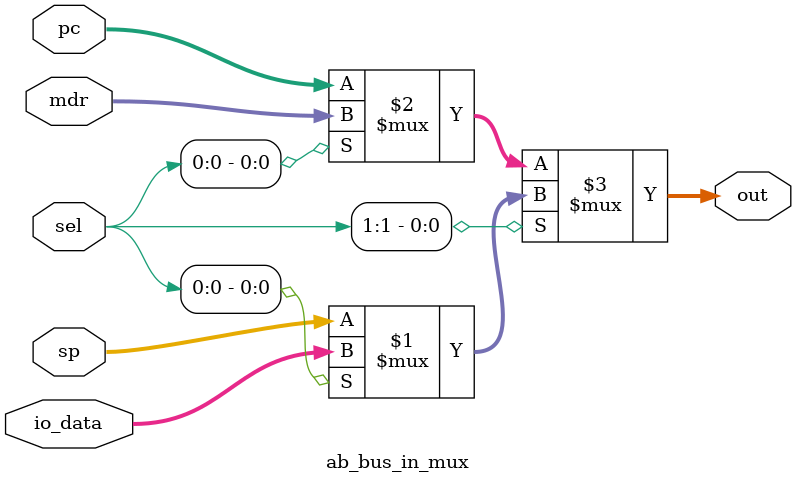
<source format=v>
module ab_bus_in_mux(
	input [15:0] pc,
	input [15:0] mdr,
	input [15:0] sp,
	input [15:0] io_data,
	input [1:0] sel,
	output [15:0] out
);

assign out = sel[1] ? (sel[0] ? io_data : sp) : (sel[0] ? mdr : pc);

endmodule

</source>
